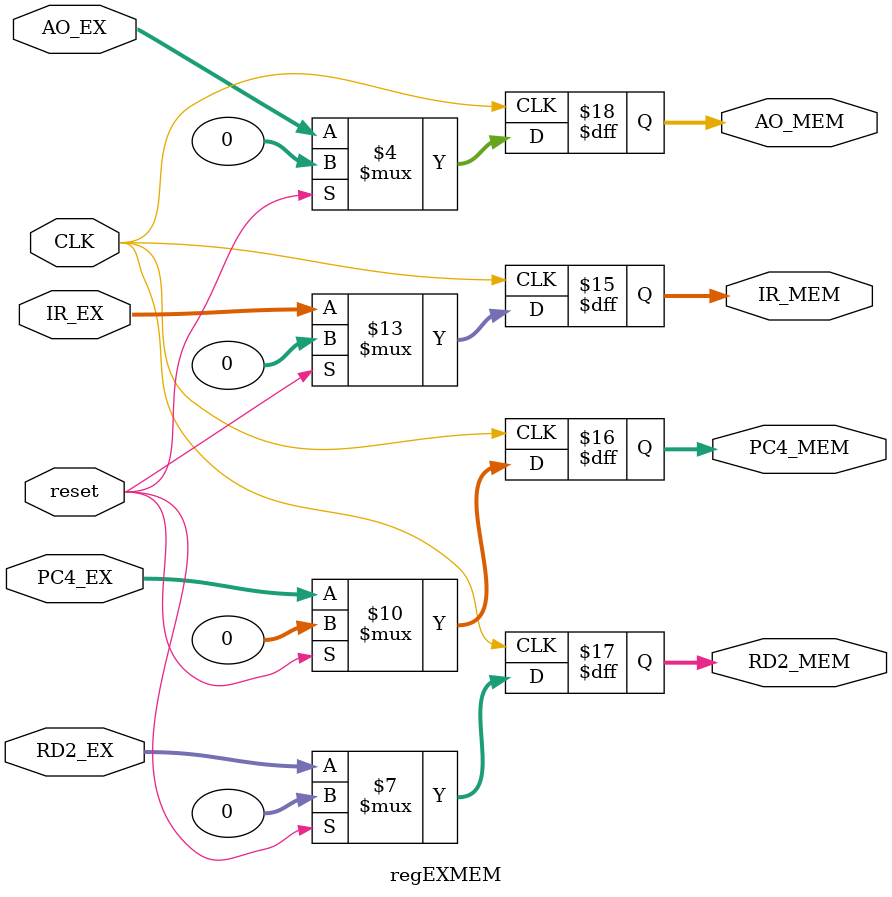
<source format=v>
`timescale 1ns / 1ps
module regEXMEM(
    input CLK,
	input reset,
    input [31:0] IR_EX,
    input [31:0] PC4_EX,
    input [31:0] RD2_EX,
    input [31:0] AO_EX,
    output reg [31:0] IR_MEM,
    output reg [31:0] PC4_MEM,
    output reg[31:0] RD2_MEM,
    output reg [31:0] AO_MEM
    );
	 // �Ĵ�����ʼ��
	 initial begin
		IR_MEM = 0;
		PC4_MEM = 0;
		RD2_MEM=0;
		AO_MEM = 0 ;
	 end
	 
	 // �����ظ��¼Ĵ���ֵ
	always @(posedge CLK)begin
		if(reset)begin
			IR_MEM <= 0;
			PC4_MEM <= 0;
			RD2_MEM<=0;
			AO_MEM <= 0 ;
		end else begin
			IR_MEM <= IR_EX;
			PC4_MEM <= PC4_EX;
			RD2_MEM <= RD2_EX;
			AO_MEM <= AO_EX;
		end

	end

endmodule

</source>
